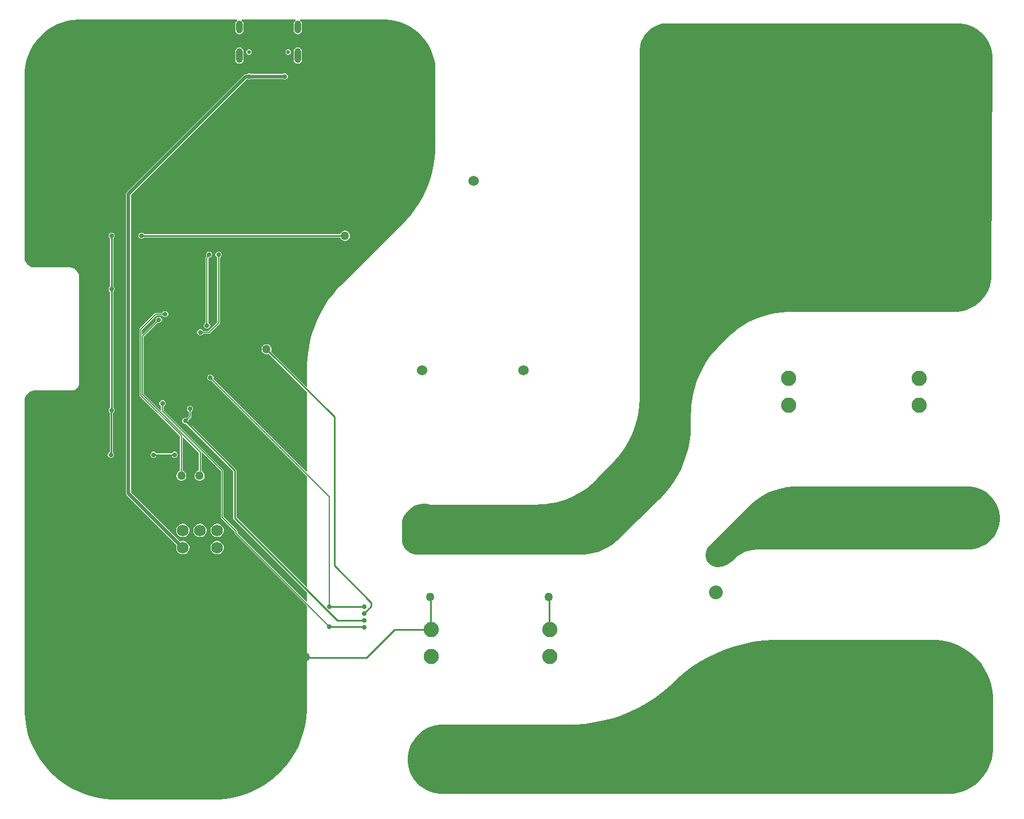
<source format=gbl>
G04*
G04 #@! TF.GenerationSoftware,Altium Limited,Altium Designer,23.9.2 (47)*
G04*
G04 Layer_Physical_Order=2*
G04 Layer_Color=16711680*
%FSLAX25Y25*%
%MOIN*%
G70*
G04*
G04 #@! TF.SameCoordinates,32FA3CAB-4A21-4C27-9538-83D2161AB544*
G04*
G04*
G04 #@! TF.FilePolarity,Positive*
G04*
G01*
G75*
%ADD12C,0.01000*%
%ADD102C,0.02000*%
%ADD103C,0.00669*%
%ADD108C,0.08858*%
%ADD109R,0.29528X0.05906*%
%ADD110C,0.06890*%
%ADD111C,0.02362*%
%ADD112O,0.03937X0.08661*%
%ADD113O,0.03937X0.07480*%
%ADD114C,0.06000*%
%ADD115C,0.08000*%
%ADD116C,0.07087*%
%ADD117R,0.07087X0.07087*%
%ADD118C,0.02756*%
%ADD119C,0.05000*%
%ADD120C,0.02559*%
G36*
X545144Y454066D02*
Y454066D01*
X546477Y454066D01*
X549121Y453717D01*
X551696Y453025D01*
X554158Y452002D01*
X556466Y450665D01*
X558578Y449037D01*
X560459Y447147D01*
X562077Y445027D01*
X563403Y442714D01*
X564415Y440247D01*
X565095Y437668D01*
X565431Y435023D01*
X565425Y433690D01*
X564832Y307310D01*
X564832Y307310D01*
X564825Y305908D01*
X564447Y303130D01*
X563711Y300424D01*
X562629Y297837D01*
X561220Y295413D01*
X559507Y293194D01*
X557520Y291215D01*
X555292Y289513D01*
X552862Y288115D01*
X550270Y287045D01*
X547561Y286321D01*
X544781Y285956D01*
X447776D01*
X447776Y285956D01*
X446068Y285928D01*
X442659Y285705D01*
X439272Y285259D01*
X435921Y284592D01*
X432621Y283708D01*
X429386Y282610D01*
X426229Y281302D01*
X423165Y279791D01*
X420206Y278083D01*
X417366Y276185D01*
X414655Y274105D01*
X412087Y271852D01*
X410859Y270664D01*
X406586Y266391D01*
X405292Y265054D01*
X402838Y262256D01*
X400573Y259304D01*
X398505Y256210D01*
X396645Y252987D01*
X394999Y249650D01*
X393575Y246212D01*
X392379Y242688D01*
X391416Y239094D01*
X390690Y235444D01*
X390204Y231755D01*
X389961Y228042D01*
X389930Y226181D01*
Y220600D01*
X389930Y220600D01*
X389930Y218550D01*
X389658Y214459D01*
X389115Y210395D01*
X388303Y206376D01*
X387227Y202419D01*
X385890Y198543D01*
X384299Y194764D01*
X382460Y191099D01*
X380382Y187564D01*
X378075Y184175D01*
X375547Y180947D01*
X372811Y177893D01*
X371344Y176460D01*
X347889Y153547D01*
X346804Y152486D01*
X344437Y150584D01*
X341898Y148920D01*
X339211Y147508D01*
X336399Y146363D01*
X333490Y145494D01*
X330511Y144911D01*
X327489Y144617D01*
X230481D01*
X229628Y144617D01*
X227955Y144950D01*
X226378Y145603D01*
X224960Y146551D01*
X223753Y147757D01*
X222806Y149176D01*
X222153Y150752D01*
X221820Y152426D01*
X221820Y153279D01*
Y164302D01*
X221820Y164302D01*
X221820Y164303D01*
X222052Y165154D01*
X222735Y166782D01*
X223624Y168307D01*
X224705Y169702D01*
X225959Y170945D01*
X227364Y172013D01*
X228897Y172889D01*
X230531Y173558D01*
X232238Y174007D01*
X233989Y174230D01*
X235755Y174222D01*
X237504Y173984D01*
X238355Y173751D01*
X299574Y173751D01*
X300047Y173751D01*
X300047Y173751D01*
X300047Y173751D01*
X301700Y173779D01*
X304998Y174001D01*
X308275Y174443D01*
X311514Y175104D01*
X314701Y175981D01*
X317823Y177069D01*
X320865Y178364D01*
X323813Y179861D01*
X326654Y181551D01*
X329375Y183429D01*
X331964Y185484D01*
X334409Y187709D01*
X335575Y188881D01*
X344525Y198193D01*
X344525Y198193D01*
X344525Y198193D01*
X345731Y199488D01*
X348016Y202191D01*
X350124Y205035D01*
X352047Y208007D01*
X353776Y211096D01*
X355305Y214288D01*
X356627Y217572D01*
X357738Y220933D01*
X358631Y224359D01*
X359305Y227834D01*
X359755Y231345D01*
X359981Y234877D01*
X360009Y236647D01*
X360009Y437924D01*
X360009Y437924D01*
X360009Y437924D01*
X360009Y438982D01*
X360285Y441080D01*
X360833Y443124D01*
X361642Y445079D01*
X362700Y446912D01*
X363988Y448590D01*
X365485Y450086D01*
X367163Y451375D01*
X368996Y452433D01*
X370951Y453242D01*
X372995Y453790D01*
X375093Y454066D01*
X376151Y454066D01*
X538355Y454066D01*
X545144Y454066D01*
D02*
G37*
G36*
X35039Y456299D02*
X125730Y456299D01*
X125803Y456206D01*
X125696Y455533D01*
X125368Y455313D01*
X124846Y454532D01*
X124662Y453610D01*
Y450067D01*
X124846Y449145D01*
X125368Y448364D01*
X126149Y447842D01*
X127071Y447658D01*
X127993Y447842D01*
X128774Y448364D01*
X129296Y449145D01*
X129479Y450067D01*
Y453610D01*
X129296Y454532D01*
X128774Y455313D01*
X128446Y455533D01*
X128338Y456206D01*
X128411Y456299D01*
X159784Y456299D01*
X159858Y456205D01*
X159751Y455532D01*
X159423Y455313D01*
X158901Y454532D01*
X158718Y453610D01*
Y450067D01*
X158901Y449145D01*
X159423Y448364D01*
X160204Y447842D01*
X161126Y447658D01*
X162048Y447842D01*
X162829Y448364D01*
X163351Y449145D01*
X163534Y450067D01*
Y453610D01*
X163351Y454532D01*
X162829Y455313D01*
X162501Y455532D01*
X162394Y456205D01*
X162468Y456299D01*
X211035Y456298D01*
X211036Y456298D01*
X211036Y456298D01*
X212522Y456298D01*
X215481Y456006D01*
X218396Y455425D01*
X221241Y454560D01*
X223987Y453420D01*
X226607Y452015D01*
X229077Y450360D01*
X231372Y448470D01*
X233470Y446363D01*
X235351Y444061D01*
X236997Y441585D01*
X238391Y438959D01*
X239521Y436209D01*
X240375Y433361D01*
X240945Y430443D01*
X241225Y427483D01*
X241219Y425997D01*
X241045Y381736D01*
X241045Y381736D01*
X241037Y379725D01*
X240760Y375711D01*
X240221Y371725D01*
X239425Y367781D01*
X238373Y363898D01*
X237072Y360091D01*
X235525Y356378D01*
X233739Y352773D01*
X231723Y349291D01*
X229485Y345948D01*
X227034Y342758D01*
X224380Y339735D01*
X222958Y338312D01*
X186085Y301440D01*
X186085Y301440D01*
X184543Y299811D01*
X181622Y296407D01*
X178930Y292819D01*
X176479Y289062D01*
X174278Y285154D01*
X172338Y281110D01*
X170667Y276947D01*
X169271Y272684D01*
X168157Y268339D01*
X167330Y263931D01*
X166793Y259478D01*
X166548Y254999D01*
X166535Y252756D01*
Y242493D01*
X166074Y242302D01*
X145503Y262872D01*
X145610Y263056D01*
X145807Y263792D01*
Y264554D01*
X145610Y265290D01*
X145229Y265950D01*
X144690Y266489D01*
X144030Y266870D01*
X143294Y267067D01*
X142532D01*
X141797Y266870D01*
X141137Y266489D01*
X140598Y265950D01*
X140217Y265290D01*
X140020Y264554D01*
Y263792D01*
X140217Y263056D01*
X140598Y262397D01*
X141137Y261858D01*
X141797Y261477D01*
X142532Y261280D01*
X143294D01*
X144030Y261477D01*
X144215Y261583D01*
X166535Y239263D01*
Y193042D01*
X166074Y192851D01*
X111900Y247024D01*
X112008Y247285D01*
Y247990D01*
X111738Y248641D01*
X111240Y249140D01*
X110589Y249410D01*
X109884D01*
X109233Y249140D01*
X108734Y248641D01*
X108465Y247990D01*
Y247285D01*
X108734Y246634D01*
X109233Y246136D01*
X109884Y245866D01*
X110589D01*
X110850Y245974D01*
X166535Y190288D01*
X166535Y125894D01*
X166074Y125702D01*
X125321Y166455D01*
Y193701D01*
X125251Y194050D01*
X125054Y194345D01*
X97403Y221996D01*
X97441Y222089D01*
Y222793D01*
X97333Y223054D01*
X98950Y224672D01*
X99111Y224913D01*
X99168Y225197D01*
Y227918D01*
X99429Y228026D01*
X99927Y228524D01*
X100197Y229175D01*
Y229880D01*
X99927Y230531D01*
X99429Y231030D01*
X98778Y231299D01*
X98073D01*
X97422Y231030D01*
X96923Y230531D01*
X96653Y229880D01*
Y229175D01*
X96923Y228524D01*
X97422Y228026D01*
X97683Y227918D01*
Y225504D01*
X96283Y224104D01*
X96022Y224213D01*
X95317D01*
X94666Y223943D01*
X94167Y223445D01*
X93898Y222793D01*
Y222089D01*
X94167Y221437D01*
X94666Y220939D01*
X95317Y220669D01*
X96022D01*
X96114Y220708D01*
X123498Y193323D01*
Y166078D01*
X123568Y165729D01*
X123765Y165433D01*
X166535Y122663D01*
Y117428D01*
X166074Y117237D01*
X125940Y157371D01*
Y158268D01*
X125883Y158552D01*
X125722Y158793D01*
X117869Y166646D01*
Y193504D01*
X117812Y193788D01*
X117651Y194029D01*
X83026Y228654D01*
Y231067D01*
X83287Y231175D01*
X83785Y231674D01*
X84055Y232325D01*
Y233030D01*
X83785Y233681D01*
X83287Y234179D01*
X82636Y234449D01*
X81931D01*
X81280Y234179D01*
X80782Y233681D01*
X80512Y233030D01*
Y232325D01*
X80782Y231674D01*
X81280Y231175D01*
X81541Y231067D01*
Y228806D01*
X81041Y228599D01*
X71491Y238149D01*
Y271596D01*
X79559Y279664D01*
X79820Y279556D01*
X80525D01*
X81176Y279826D01*
X81674Y280325D01*
X81944Y280976D01*
Y281680D01*
X81674Y282332D01*
X81176Y282830D01*
X80525Y283100D01*
X79820D01*
X79169Y282830D01*
X78671Y282332D01*
X78401Y281680D01*
Y280976D01*
X78509Y280715D01*
X70890Y273095D01*
X70428Y273287D01*
Y275677D01*
X78654Y283903D01*
X82248D01*
X82356Y283642D01*
X82855Y283144D01*
X83506Y282874D01*
X84211D01*
X84862Y283144D01*
X85360Y283642D01*
X85630Y284293D01*
Y284998D01*
X85360Y285649D01*
X84862Y286148D01*
X84211Y286417D01*
X83506D01*
X82855Y286148D01*
X82356Y285649D01*
X82248Y285388D01*
X78347D01*
X78062Y285332D01*
X77821Y285171D01*
X69160Y276509D01*
X68999Y276268D01*
X68942Y275984D01*
Y237402D01*
X68999Y237117D01*
X69160Y236877D01*
X92564Y213472D01*
Y193348D01*
X92190Y193248D01*
X91530Y192867D01*
X90991Y192328D01*
X90611Y191668D01*
X90413Y190932D01*
Y190170D01*
X90611Y189434D01*
X90991Y188774D01*
X91530Y188236D01*
X92190Y187855D01*
X92926Y187657D01*
X93688D01*
X94424Y187855D01*
X95084Y188236D01*
X95623Y188774D01*
X96004Y189434D01*
X96201Y190170D01*
Y190932D01*
X96004Y191668D01*
X95623Y192328D01*
X95084Y192867D01*
X94424Y193248D01*
X94050Y193348D01*
Y212837D01*
X94512Y213028D01*
X103588Y203952D01*
Y193445D01*
X103556D01*
X102820Y193248D01*
X102160Y192867D01*
X101621Y192328D01*
X101241Y191668D01*
X101043Y190932D01*
Y190170D01*
X101241Y189434D01*
X101621Y188774D01*
X102160Y188236D01*
X102820Y187855D01*
X103556Y187657D01*
X104318D01*
X105054Y187855D01*
X105714Y188236D01*
X106253Y188774D01*
X106633Y189434D01*
X106831Y190170D01*
Y190932D01*
X106633Y191668D01*
X106253Y192328D01*
X105714Y192867D01*
X105073Y193236D01*
Y203799D01*
X105573Y204006D01*
X116383Y193196D01*
Y166339D01*
X116440Y166054D01*
X116601Y165814D01*
X124454Y157960D01*
Y157063D01*
X124511Y156779D01*
X124672Y156538D01*
X166535Y114674D01*
Y86189D01*
X166173Y85935D01*
X166035Y85893D01*
X165748Y85951D01*
X165399Y85881D01*
X165104Y85684D01*
X164906Y85388D01*
X164837Y85039D01*
X164906Y84691D01*
X165104Y84395D01*
X165497Y84001D01*
X165793Y83804D01*
X166142Y83735D01*
X166535D01*
Y55905D01*
X166535Y55905D01*
Y53786D01*
X166203Y49561D01*
X165540Y45375D01*
X164550Y41254D01*
X163241Y37223D01*
X161619Y33307D01*
X159695Y29530D01*
X157480Y25917D01*
X154989Y22488D01*
X152236Y19265D01*
X149239Y16268D01*
X146016Y13515D01*
X142587Y11024D01*
X138973Y8809D01*
X135197Y6885D01*
X131281Y5263D01*
X127250Y3954D01*
X123129Y2964D01*
X118943Y2301D01*
X114718Y1969D01*
X112598Y1969D01*
X55118D01*
X53030Y1969D01*
X48866Y2296D01*
X44741Y2950D01*
X40680Y3924D01*
X36708Y5215D01*
X32849Y6813D01*
X29128Y8709D01*
X25567Y10892D01*
X22188Y13347D01*
X19012Y16059D01*
X16059Y19012D01*
X13347Y22188D01*
X10892Y25567D01*
X8709Y29128D01*
X6813Y32849D01*
X5215Y36708D01*
X3924Y40680D01*
X2950Y44741D01*
X2296Y48866D01*
X1969Y53030D01*
Y55118D01*
Y230315D01*
Y234479D01*
X2211Y235696D01*
X2685Y236842D01*
X3375Y237874D01*
X4252Y238751D01*
X5284Y239441D01*
X6430Y239915D01*
X7647Y240158D01*
X9055D01*
X11393Y240164D01*
X11811Y240158D01*
X27953D01*
X28634Y240158D01*
X29134Y240158D01*
Y240158D01*
X29597Y240180D01*
X29622Y240185D01*
X30505Y240361D01*
X31361Y240715D01*
X32131Y241230D01*
X32786Y241884D01*
X33301Y242655D01*
X33655Y243510D01*
X33836Y244419D01*
X33858Y244882D01*
X33858Y248819D01*
Y252756D01*
Y255906D01*
Y305906D01*
X33858Y305906D01*
X33858Y305906D01*
X33834Y306486D01*
X33613Y307625D01*
X33173Y308698D01*
X32531Y309663D01*
X31711Y310484D01*
X30745Y311126D01*
X29672Y311566D01*
X28533Y311786D01*
X27953Y311811D01*
X7874Y311811D01*
X7873Y311811D01*
X7292Y311810D01*
X6150Y312036D01*
X5075Y312481D01*
X4107Y313127D01*
X3284Y313950D01*
X2638Y314917D01*
X2193Y315993D01*
X1968Y317134D01*
X1969Y317716D01*
X1969Y424409D01*
X1969D01*
X1969Y424409D01*
X1997Y426005D01*
X2368Y429175D01*
X3047Y432294D01*
X4029Y435331D01*
X5304Y438257D01*
X6859Y441044D01*
X8681Y443666D01*
X10750Y446096D01*
X13048Y448312D01*
X15552Y450291D01*
X18237Y452016D01*
X21079Y453469D01*
X24050Y454637D01*
X27121Y455508D01*
X30262Y456073D01*
X33444Y456328D01*
X35039Y456299D01*
D02*
G37*
G36*
X451573Y184252D02*
X551181Y184252D01*
X551181Y184252D01*
X551181Y184252D01*
X552394Y184252D01*
X554799Y183935D01*
X557142Y183308D01*
X559383Y182379D01*
X561483Y181167D01*
X563408Y179690D01*
X565123Y177975D01*
X566600Y176050D01*
X567812Y173950D01*
X568741Y171709D01*
X569368Y169366D01*
X569685Y166961D01*
Y165748D01*
X569685Y164561D01*
X569375Y162207D01*
X568761Y159914D01*
X567852Y157721D01*
X566665Y155665D01*
X565220Y153781D01*
X563541Y152103D01*
X561658Y150658D01*
X559602Y149471D01*
X557409Y148562D01*
X555116Y147948D01*
X552762Y147638D01*
X551575Y147638D01*
X428808D01*
X428808Y147638D01*
X427867Y147615D01*
X425994Y147430D01*
X424149Y147063D01*
X422349Y146517D01*
X420610Y145797D01*
X418951Y144910D01*
X417387Y143865D01*
X415932Y142671D01*
X415251Y142022D01*
X414342Y141113D01*
X414342D01*
X413901Y140673D01*
X412939Y139883D01*
X411904Y139191D01*
X410806Y138604D01*
X409655Y138128D01*
X408464Y137767D01*
X407242Y137524D01*
X406003Y137402D01*
X405381Y137402D01*
X404693Y137402D01*
X403343Y137670D01*
X402071Y138195D01*
X400926Y138959D01*
X399951Y139931D01*
X399184Y141074D01*
X398655Y142344D01*
X398383Y143693D01*
X398379Y145070D01*
X398644Y146420D01*
X399166Y147694D01*
X399926Y148841D01*
X400411Y149330D01*
X423397Y172511D01*
X423397Y172511D01*
X423397Y172511D01*
X424777Y173903D01*
X427798Y176401D01*
X431050Y178589D01*
X434502Y180446D01*
X438120Y181953D01*
X441869Y183097D01*
X445713Y183866D01*
X449614Y184252D01*
X451573Y184252D01*
D02*
G37*
G36*
X531102Y94882D02*
X532804Y94882D01*
X536192Y94548D01*
X539531Y93884D01*
X542788Y92896D01*
X545933Y91593D01*
X548935Y89989D01*
X551766Y88097D01*
X554397Y85938D01*
X556804Y83531D01*
X558964Y80900D01*
X560855Y78069D01*
X562459Y75067D01*
X563762Y71922D01*
X564750Y68664D01*
X565414Y65326D01*
X565748Y61938D01*
X565748Y60236D01*
X565748Y60236D01*
X565748Y60236D01*
X565748Y31890D01*
X565748Y30575D01*
X565490Y27957D01*
X564977Y25377D01*
X564214Y22860D01*
X563207Y20430D01*
X561967Y18110D01*
X560505Y15923D01*
X558837Y13889D01*
X556977Y12029D01*
X554944Y10361D01*
X552756Y8899D01*
X550436Y7659D01*
X548006Y6653D01*
X545489Y5889D01*
X542909Y5376D01*
X540292Y5118D01*
X538976Y5118D01*
X538976Y5118D01*
X538976Y5118D01*
X245276D01*
X243959Y5118D01*
X241350Y5462D01*
X238808Y6143D01*
X236376Y7150D01*
X234097Y8466D01*
X232008Y10068D01*
X230147Y11930D01*
X228545Y14018D01*
X227229Y16297D01*
X226222Y18729D01*
X225540Y21271D01*
X225197Y23881D01*
X225197Y25197D01*
X225197Y25197D01*
Y26539D01*
X225547Y29199D01*
X226242Y31792D01*
X227269Y34271D01*
X228610Y36595D01*
X230244Y38724D01*
X232142Y40622D01*
X234271Y42256D01*
X236595Y43597D01*
X239074Y44624D01*
X241667Y45319D01*
X244327Y45669D01*
X245669Y45669D01*
X245669Y45669D01*
X319627D01*
X322404Y45714D01*
X327947Y46072D01*
X333454Y46786D01*
X338905Y47853D01*
X344275Y49270D01*
X349543Y51029D01*
X354687Y53124D01*
X359685Y55546D01*
X364516Y58284D01*
X369162Y61329D01*
X373601Y64666D01*
X377816Y68282D01*
X379834Y70191D01*
X379834Y70191D01*
X381836Y72145D01*
X386082Y75788D01*
X390555Y79151D01*
X395235Y82218D01*
X400102Y84977D01*
X405138Y87417D01*
X410320Y89528D01*
X415627Y91300D01*
X421037Y92727D01*
X426528Y93802D01*
X432077Y94521D01*
X437661Y94882D01*
X440458Y94882D01*
X440458Y94882D01*
X531102Y94882D01*
D02*
G37*
%LPC*%
G36*
X155829Y438846D02*
X155202D01*
X154624Y438607D01*
X154181Y438164D01*
X153941Y437585D01*
Y436958D01*
X154181Y436380D01*
X154624Y435937D01*
X155202Y435697D01*
X155829D01*
X156408Y435937D01*
X156851Y436380D01*
X157091Y436958D01*
Y437585D01*
X156851Y438164D01*
X156408Y438607D01*
X155829Y438846D01*
D02*
G37*
G36*
X132994D02*
X132368D01*
X131789Y438607D01*
X131346Y438164D01*
X131106Y437585D01*
Y436958D01*
X131346Y436380D01*
X131789Y435937D01*
X132368Y435697D01*
X132994D01*
X133573Y435937D01*
X134016Y436380D01*
X134256Y436958D01*
Y437585D01*
X134016Y438164D01*
X133573Y438607D01*
X132994Y438846D01*
D02*
G37*
G36*
X161126Y440074D02*
X160204Y439890D01*
X159423Y439368D01*
X158901Y438587D01*
X158718Y437665D01*
Y432941D01*
X158901Y432019D01*
X159423Y431238D01*
X160204Y430716D01*
X161126Y430533D01*
X162048Y430716D01*
X162829Y431238D01*
X163351Y432019D01*
X163534Y432941D01*
Y437665D01*
X163351Y438587D01*
X162829Y439368D01*
X162048Y439890D01*
X161126Y440074D01*
D02*
G37*
G36*
X127071D02*
X126149Y439890D01*
X125368Y439368D01*
X124846Y438587D01*
X124662Y437665D01*
Y432941D01*
X124846Y432019D01*
X125368Y431238D01*
X126149Y430716D01*
X127071Y430533D01*
X127993Y430716D01*
X128774Y431238D01*
X129296Y432019D01*
X129479Y432941D01*
Y437665D01*
X129296Y438587D01*
X128774Y439368D01*
X127993Y439890D01*
X127071Y440074D01*
D02*
G37*
G36*
X153900Y424799D02*
X153195D01*
X152544Y424530D01*
X152463Y424448D01*
X133894D01*
X133813Y424530D01*
X133162Y424799D01*
X132457D01*
X131806Y424530D01*
X131583Y424307D01*
X130760D01*
X130216Y424199D01*
X129755Y423890D01*
X61594Y355729D01*
X61286Y355268D01*
X61177Y354724D01*
Y180213D01*
X61286Y179669D01*
X61594Y179208D01*
X90592Y150209D01*
X90561Y150155D01*
X90299Y149179D01*
Y148168D01*
X90561Y147192D01*
X91066Y146316D01*
X91781Y145602D01*
X92656Y145096D01*
X93632Y144835D01*
X94643D01*
X95619Y145096D01*
X96495Y145602D01*
X97209Y146316D01*
X97715Y147192D01*
X97976Y148168D01*
Y149179D01*
X97715Y150155D01*
X97209Y151030D01*
X96495Y151745D01*
X95619Y152250D01*
X94643Y152512D01*
X93632D01*
X92656Y152250D01*
X92602Y152219D01*
X64019Y180801D01*
Y354136D01*
X131348Y421465D01*
X131953D01*
X132457Y421256D01*
X133162D01*
X133813Y421526D01*
X133894Y421606D01*
X152463D01*
X152544Y421526D01*
X153195Y421256D01*
X153900D01*
X154551Y421526D01*
X155049Y422024D01*
X155319Y422675D01*
Y423380D01*
X155049Y424031D01*
X154551Y424530D01*
X153900Y424799D01*
D02*
G37*
G36*
X188964Y333209D02*
X188202D01*
X187466Y333012D01*
X186806Y332630D01*
X186267Y332092D01*
X185886Y331432D01*
X185831Y331226D01*
X71619D01*
X71581Y331318D01*
X71082Y331817D01*
X70431Y332087D01*
X69726D01*
X69075Y331817D01*
X68577Y331318D01*
X68307Y330667D01*
Y329963D01*
X68577Y329311D01*
X69075Y328813D01*
X69726Y328543D01*
X70431D01*
X71082Y328813D01*
X71581Y329311D01*
X71619Y329404D01*
X185831D01*
X185886Y329198D01*
X186267Y328538D01*
X186806Y327999D01*
X187466Y327619D01*
X188202Y327421D01*
X188964D01*
X189700Y327619D01*
X190359Y327999D01*
X190898Y328538D01*
X191279Y329198D01*
X191476Y329934D01*
Y330696D01*
X191279Y331432D01*
X190898Y332092D01*
X190359Y332630D01*
X189700Y333012D01*
X188964Y333209D01*
D02*
G37*
G36*
X109801Y321063D02*
X109096D01*
X108445Y320793D01*
X107947Y320295D01*
X107677Y319644D01*
Y318939D01*
X107947Y318288D01*
X107953Y318281D01*
X107743Y318071D01*
X107582Y317830D01*
X107525Y317546D01*
Y279563D01*
X107264Y279455D01*
X106766Y278956D01*
X106496Y278305D01*
Y277600D01*
X106766Y276949D01*
X107264Y276451D01*
X107915Y276181D01*
X108620D01*
X109271Y276451D01*
X109770Y276949D01*
X110039Y277600D01*
Y278305D01*
X109770Y278956D01*
X109271Y279455D01*
X109010Y279563D01*
Y317238D01*
X109292Y317520D01*
X109801D01*
X110452Y317789D01*
X110951Y318288D01*
X111221Y318939D01*
Y319644D01*
X110951Y320295D01*
X110452Y320793D01*
X109801Y321063D01*
D02*
G37*
G36*
X115313D02*
X114608D01*
X113957Y320793D01*
X113459Y320295D01*
X113189Y319644D01*
Y318939D01*
X113459Y318288D01*
X113957Y317789D01*
X114218Y317681D01*
Y279835D01*
X109141Y274758D01*
X105941D01*
X105833Y275019D01*
X105334Y275518D01*
X104683Y275787D01*
X103978D01*
X103327Y275518D01*
X102829Y275019D01*
X102559Y274368D01*
Y273663D01*
X102829Y273012D01*
X103327Y272514D01*
X103978Y272244D01*
X104683D01*
X105334Y272514D01*
X105833Y273012D01*
X105941Y273273D01*
X109449D01*
X109733Y273330D01*
X109974Y273491D01*
X115486Y279002D01*
X115647Y279243D01*
X115703Y279528D01*
Y317681D01*
X115964Y317789D01*
X116463Y318288D01*
X116732Y318939D01*
Y319644D01*
X116463Y320295D01*
X115964Y320793D01*
X115313Y321063D01*
D02*
G37*
G36*
X89723Y204528D02*
X89018D01*
X88367Y204258D01*
X87868Y203760D01*
X87830Y203667D01*
X78706D01*
X78667Y203760D01*
X78169Y204258D01*
X77518Y204527D01*
X76813D01*
X76162Y204258D01*
X75663Y203760D01*
X75394Y203108D01*
Y202403D01*
X75663Y201752D01*
X76162Y201254D01*
X76813Y200984D01*
X77518D01*
X78169Y201254D01*
X78667Y201752D01*
X78706Y201845D01*
X87830D01*
X87868Y201752D01*
X88367Y201254D01*
X89018Y200984D01*
X89723D01*
X90374Y201254D01*
X90872Y201752D01*
X91142Y202403D01*
Y203108D01*
X90872Y203760D01*
X90374Y204258D01*
X89723Y204528D01*
D02*
G37*
G36*
X53108Y332087D02*
X52403D01*
X51752Y331817D01*
X51254Y331318D01*
X50984Y330667D01*
Y329963D01*
X51254Y329311D01*
X51752Y328813D01*
X51845Y328775D01*
Y300753D01*
X51752Y300714D01*
X51254Y300216D01*
X50984Y299565D01*
Y298860D01*
X51254Y298209D01*
X51752Y297711D01*
X51845Y297672D01*
Y230280D01*
X51752Y230242D01*
X51254Y229744D01*
X50984Y229093D01*
Y228388D01*
X51254Y227737D01*
X51648Y227343D01*
Y204378D01*
X51359Y204258D01*
X50860Y203760D01*
X50591Y203108D01*
Y202403D01*
X50860Y201752D01*
X51359Y201254D01*
X52010Y200984D01*
X52715D01*
X53366Y201254D01*
X53864Y201752D01*
X54134Y202403D01*
Y203108D01*
X53864Y203760D01*
X53470Y204153D01*
Y227118D01*
X53759Y227238D01*
X54258Y227737D01*
X54528Y228388D01*
Y229093D01*
X54258Y229744D01*
X53759Y230242D01*
X53667Y230280D01*
Y297672D01*
X53759Y297711D01*
X54258Y298209D01*
X54528Y298860D01*
Y299565D01*
X54258Y300216D01*
X53759Y300714D01*
X53667Y300753D01*
Y328775D01*
X53759Y328813D01*
X54258Y329311D01*
X54528Y329963D01*
Y330667D01*
X54258Y331318D01*
X53759Y331817D01*
X53108Y332087D01*
D02*
G37*
G36*
X114643Y162512D02*
X113632D01*
X112656Y162250D01*
X111781Y161745D01*
X111066Y161030D01*
X110561Y160155D01*
X110299Y159179D01*
Y158168D01*
X110561Y157192D01*
X111066Y156316D01*
X111781Y155602D01*
X112656Y155096D01*
X113632Y154835D01*
X114643D01*
X115619Y155096D01*
X116495Y155602D01*
X117209Y156316D01*
X117715Y157192D01*
X117976Y158168D01*
Y159179D01*
X117715Y160155D01*
X117209Y161030D01*
X116495Y161745D01*
X115619Y162250D01*
X114643Y162512D01*
D02*
G37*
G36*
X104643D02*
X103632D01*
X102656Y162250D01*
X101781Y161745D01*
X101066Y161030D01*
X100561Y160155D01*
X100299Y159179D01*
Y158168D01*
X100561Y157192D01*
X101066Y156316D01*
X101781Y155602D01*
X102656Y155096D01*
X103632Y154835D01*
X104643D01*
X105619Y155096D01*
X106495Y155602D01*
X107209Y156316D01*
X107715Y157192D01*
X107976Y158168D01*
Y159179D01*
X107715Y160155D01*
X107209Y161030D01*
X106495Y161745D01*
X105619Y162250D01*
X104643Y162512D01*
D02*
G37*
G36*
X94643D02*
X93632D01*
X92656Y162250D01*
X91781Y161745D01*
X91066Y161030D01*
X90561Y160155D01*
X90299Y159179D01*
Y158168D01*
X90561Y157192D01*
X91066Y156316D01*
X91781Y155602D01*
X92656Y155096D01*
X93632Y154835D01*
X94643D01*
X95619Y155096D01*
X96495Y155602D01*
X97209Y156316D01*
X97715Y157192D01*
X97976Y158168D01*
Y159179D01*
X97715Y160155D01*
X97209Y161030D01*
X96495Y161745D01*
X95619Y162250D01*
X94643Y162512D01*
D02*
G37*
G36*
X114643Y152512D02*
X113632D01*
X112656Y152250D01*
X111781Y151745D01*
X111066Y151030D01*
X110561Y150155D01*
X110299Y149179D01*
Y148168D01*
X110561Y147192D01*
X111066Y146316D01*
X111781Y145602D01*
X112656Y145096D01*
X113632Y144835D01*
X114643D01*
X115619Y145096D01*
X116495Y145602D01*
X117209Y146316D01*
X117715Y147192D01*
X117976Y148168D01*
Y149179D01*
X117715Y150155D01*
X117209Y151030D01*
X116495Y151745D01*
X115619Y152250D01*
X114643Y152512D01*
D02*
G37*
%LPD*%
D12*
X77165Y202756D02*
X89370D01*
X70079Y330315D02*
X188583D01*
X52756Y299213D02*
Y330315D01*
Y228740D02*
Y299213D01*
X52559Y202953D02*
Y228543D01*
X165748Y85039D02*
X166142Y84646D01*
X201181D01*
X217409Y100874D01*
X238665D01*
X238189Y120079D02*
X238427Y119841D01*
Y101112D02*
X238665Y100874D01*
X238427Y101112D02*
Y119841D01*
X307376Y101163D02*
Y119789D01*
X307087Y120079D02*
X307376Y119789D01*
Y101163D02*
X307665Y100874D01*
X124409Y166078D02*
Y193701D01*
X95669Y222441D02*
X124409Y193701D01*
Y166078D02*
X184188Y106299D01*
X199606D01*
X179528Y114173D02*
X199606D01*
X203937Y114567D02*
Y116535D01*
X199606Y110236D02*
X203937Y114567D01*
X182283Y138189D02*
X203937Y116535D01*
X182283Y138189D02*
Y224803D01*
X142913Y264173D02*
X182283Y224803D01*
X199421Y102548D02*
X199606Y102362D01*
X179526Y102734D02*
X179712Y102548D01*
X199421D01*
D102*
X62598Y180213D02*
Y354724D01*
X130760Y422886D02*
X132668D01*
X132809Y423028D01*
X62598Y354724D02*
X130760Y422886D01*
X62598Y180213D02*
X94138Y148673D01*
X132809Y423028D02*
X153547D01*
D103*
X77165Y202756D02*
X77165Y202756D01*
X69685Y237402D02*
X93307Y213779D01*
X70748Y237842D02*
X104331Y204259D01*
X70748Y237842D02*
Y271904D01*
X69685Y237402D02*
Y275984D01*
X78347Y284646D01*
X70748Y271904D02*
X80172Y281328D01*
X93307Y190551D02*
Y213779D01*
X104331Y190945D02*
Y204259D01*
X52362Y202756D02*
X52559Y202953D01*
Y228543D02*
X52756Y228740D01*
X125197Y157063D02*
X179526Y102734D01*
X125197Y157063D02*
Y158268D01*
X117126Y166339D02*
Y193504D01*
Y166339D02*
X125197Y158268D01*
X82284Y228346D02*
X117126Y193504D01*
X82284Y228346D02*
Y232677D01*
X95669Y222441D02*
X98425Y225197D01*
X103937Y190551D02*
X104331Y190945D01*
X179526Y114173D02*
Y178348D01*
X110236Y247638D02*
X179526Y178348D01*
X98425Y225197D02*
Y229528D01*
X78347Y284646D02*
X83858D01*
X114961Y279528D02*
Y319291D01*
X109449Y274016D02*
X114961Y279528D01*
X104331Y274016D02*
X109449D01*
X108268Y317546D02*
X109449Y318727D01*
Y319291D01*
X108268Y277953D02*
Y317546D01*
D108*
X446815Y247189D02*
D03*
Y231441D02*
D03*
X307665Y85126D02*
D03*
Y100874D02*
D03*
X238665Y85126D02*
D03*
Y100874D02*
D03*
X522815Y231441D02*
D03*
Y247189D02*
D03*
D109*
X459807Y298370D02*
D03*
Y180260D02*
D03*
X320657Y33945D02*
D03*
Y152055D02*
D03*
X251658Y33945D02*
D03*
Y152055D02*
D03*
X535807Y180260D02*
D03*
Y298370D02*
D03*
D110*
X94138Y158673D02*
D03*
Y148673D02*
D03*
X114138Y158673D02*
D03*
X104138D02*
D03*
Y148673D02*
D03*
X114138D02*
D03*
D111*
X132681Y437272D02*
D03*
X155516D02*
D03*
D112*
X161126Y435303D02*
D03*
X127071D02*
D03*
D113*
Y451839D02*
D03*
X161126D02*
D03*
D114*
X263409Y362287D02*
D03*
X233488D02*
D03*
X292543Y252051D02*
D03*
X233488D02*
D03*
D115*
X404315Y142441D02*
D03*
Y122756D02*
D03*
X457315Y89252D02*
D03*
Y152441D02*
D03*
X530315Y89252D02*
D03*
Y152441D02*
D03*
D116*
X401094Y34035D02*
D03*
X379244Y427035D02*
D03*
X474838Y33858D02*
D03*
X452988Y427035D02*
D03*
X548583Y33858D02*
D03*
X526732Y427035D02*
D03*
D117*
X381094Y34035D02*
D03*
X399244Y427035D02*
D03*
X454839Y33858D02*
D03*
X472988Y427035D02*
D03*
X528583Y33858D02*
D03*
X546732Y427035D02*
D03*
D118*
X535039Y371654D02*
D03*
X528937D02*
D03*
X522835D02*
D03*
X526575Y376772D02*
D03*
X532677D02*
D03*
X538779D02*
D03*
X540551Y371654D02*
D03*
X546654D02*
D03*
X543898Y376772D02*
D03*
X535039Y360630D02*
D03*
X528937D02*
D03*
X522835D02*
D03*
X526575Y365748D02*
D03*
X532677D02*
D03*
X538779D02*
D03*
X540551Y360630D02*
D03*
X546654D02*
D03*
X543898Y365748D02*
D03*
X534252Y350394D02*
D03*
X528150D02*
D03*
X522047D02*
D03*
X525787Y355512D02*
D03*
X531890D02*
D03*
X537992D02*
D03*
X539764Y350394D02*
D03*
X545866D02*
D03*
X543110Y355512D02*
D03*
X462205Y372835D02*
D03*
X456102D02*
D03*
X450000D02*
D03*
X453740Y377953D02*
D03*
X459842D02*
D03*
X465945D02*
D03*
X467717Y372835D02*
D03*
X473819D02*
D03*
X471063Y377953D02*
D03*
X462205Y361811D02*
D03*
X456102D02*
D03*
X450000D02*
D03*
X453740Y366929D02*
D03*
X459842D02*
D03*
X465945D02*
D03*
X467717Y361811D02*
D03*
X473819D02*
D03*
X471063Y366929D02*
D03*
X461417Y351575D02*
D03*
X455315D02*
D03*
X449213D02*
D03*
X452953Y356693D02*
D03*
X459055D02*
D03*
X465158D02*
D03*
X466929Y351575D02*
D03*
X473032D02*
D03*
X470276Y356693D02*
D03*
X388583Y370866D02*
D03*
X382480D02*
D03*
X376378D02*
D03*
X380118Y375984D02*
D03*
X386221D02*
D03*
X392323D02*
D03*
X394094Y370866D02*
D03*
X400197D02*
D03*
X397441Y375984D02*
D03*
X388583Y359842D02*
D03*
X382480D02*
D03*
X376378D02*
D03*
X380118Y364961D02*
D03*
X386221D02*
D03*
X392323D02*
D03*
X394094Y359842D02*
D03*
X400197D02*
D03*
X397441Y364961D02*
D03*
X387795Y349606D02*
D03*
X381693D02*
D03*
X375590D02*
D03*
X379331Y354724D02*
D03*
X385433D02*
D03*
X391535D02*
D03*
X393307Y349606D02*
D03*
X399409D02*
D03*
X396654Y354724D02*
D03*
X427165Y435827D02*
D03*
X421063D02*
D03*
X414961D02*
D03*
X418701Y440945D02*
D03*
X424803D02*
D03*
X430905D02*
D03*
X432677Y435827D02*
D03*
X438779D02*
D03*
X436024Y440945D02*
D03*
X427165Y424803D02*
D03*
X421063D02*
D03*
X414961D02*
D03*
X418701Y429921D02*
D03*
X424803D02*
D03*
X430905D02*
D03*
X432677Y424803D02*
D03*
X438779D02*
D03*
X436024Y429921D02*
D03*
X426378Y414567D02*
D03*
X420276D02*
D03*
X414173D02*
D03*
X417913Y419685D02*
D03*
X424016D02*
D03*
X430118D02*
D03*
X431890Y414567D02*
D03*
X437992D02*
D03*
X435236Y419685D02*
D03*
X507677Y420472D02*
D03*
X510433Y415354D02*
D03*
X504331D02*
D03*
X502559Y420472D02*
D03*
X496457D02*
D03*
X490354D02*
D03*
X486614Y415354D02*
D03*
X492717D02*
D03*
X498819D02*
D03*
X508465Y430709D02*
D03*
X511221Y425591D02*
D03*
X505118D02*
D03*
X503346Y430709D02*
D03*
X497244D02*
D03*
X491142D02*
D03*
X487402Y425591D02*
D03*
X493504D02*
D03*
X499606D02*
D03*
X508465Y441732D02*
D03*
X511221Y436614D02*
D03*
X505118D02*
D03*
X503346Y441732D02*
D03*
X497244D02*
D03*
X491142D02*
D03*
X487402Y436614D02*
D03*
X493504D02*
D03*
X499606D02*
D03*
X263386Y11417D02*
D03*
X257283D02*
D03*
X251181D02*
D03*
X254921Y16535D02*
D03*
X261024D02*
D03*
X267126D02*
D03*
X268898Y11417D02*
D03*
X275000D02*
D03*
X272244Y16535D02*
D03*
X293701Y11417D02*
D03*
X287598D02*
D03*
X281496D02*
D03*
X285236Y16535D02*
D03*
X291339D02*
D03*
X297441D02*
D03*
X299213Y11417D02*
D03*
X305315D02*
D03*
X302559Y16535D02*
D03*
X323622Y11417D02*
D03*
X317520D02*
D03*
X311417D02*
D03*
X315158Y16535D02*
D03*
X321260D02*
D03*
X327362D02*
D03*
X329134Y11417D02*
D03*
X335236D02*
D03*
X332480Y16535D02*
D03*
X353543Y11417D02*
D03*
X347441D02*
D03*
X341339D02*
D03*
X345079Y16535D02*
D03*
X351181D02*
D03*
X357283D02*
D03*
X359055Y11417D02*
D03*
X365158D02*
D03*
X362402Y16535D02*
D03*
X504331Y44094D02*
D03*
X498228D02*
D03*
X492126D02*
D03*
X495866Y49213D02*
D03*
X501968D02*
D03*
X508071D02*
D03*
X509842Y44094D02*
D03*
X515945D02*
D03*
X513189Y49213D02*
D03*
X503150Y33071D02*
D03*
X497047D02*
D03*
X490945D02*
D03*
X494685Y38189D02*
D03*
X500787D02*
D03*
X506890D02*
D03*
X508661Y33071D02*
D03*
X514764D02*
D03*
X512008Y38189D02*
D03*
X502756Y22835D02*
D03*
X496654D02*
D03*
X490551D02*
D03*
X494291Y27953D02*
D03*
X500394D02*
D03*
X506496D02*
D03*
X508268Y22835D02*
D03*
X514370D02*
D03*
X511614Y27953D02*
D03*
X501575Y12205D02*
D03*
X495472D02*
D03*
X489370D02*
D03*
X493110Y17323D02*
D03*
X499213D02*
D03*
X505315D02*
D03*
X507087Y12205D02*
D03*
X513189D02*
D03*
X510433Y17323D02*
D03*
X428346Y44488D02*
D03*
X422244D02*
D03*
X416142D02*
D03*
X419882Y49606D02*
D03*
X425984D02*
D03*
X432087D02*
D03*
X433858Y44488D02*
D03*
X439961D02*
D03*
X437205Y49606D02*
D03*
X427559Y34252D02*
D03*
X421457D02*
D03*
X415354D02*
D03*
X419095Y39370D02*
D03*
X425197D02*
D03*
X431299D02*
D03*
X433071Y34252D02*
D03*
X439173D02*
D03*
X436417Y39370D02*
D03*
X427165Y24016D02*
D03*
X421063D02*
D03*
X414961D02*
D03*
X418701Y29134D02*
D03*
X424803D02*
D03*
X430905D02*
D03*
X432677Y24016D02*
D03*
X438779D02*
D03*
X436024Y29134D02*
D03*
Y17717D02*
D03*
X438779Y12598D02*
D03*
X432677D02*
D03*
X430905Y17717D02*
D03*
X424803D02*
D03*
X418701D02*
D03*
X414961Y12598D02*
D03*
X421063D02*
D03*
X427165D02*
D03*
X89370Y202756D02*
D03*
X70079Y330315D02*
D03*
X52756Y299213D02*
D03*
Y330315D02*
D03*
X52362Y202756D02*
D03*
X77165Y202756D02*
D03*
X52756Y228740D02*
D03*
X95669Y222441D02*
D03*
X179526Y114173D02*
D03*
X199606D02*
D03*
X73228Y293701D02*
D03*
X110236Y247638D02*
D03*
X179526Y102734D02*
D03*
X82284Y232677D02*
D03*
X98425Y229528D02*
D03*
X199606Y102362D02*
D03*
Y106299D02*
D03*
Y110236D02*
D03*
X80172Y281328D02*
D03*
X83858Y284646D02*
D03*
X131102Y409055D02*
D03*
X132809Y423028D02*
D03*
X126378Y422835D02*
D03*
X159187Y423028D02*
D03*
X153547D02*
D03*
X114961Y319291D02*
D03*
X109449D02*
D03*
X108268Y277953D02*
D03*
X104331Y274016D02*
D03*
D119*
X188583Y330315D02*
D03*
X165748Y85039D02*
D03*
X238189Y120079D02*
D03*
X307087D02*
D03*
X103937Y190551D02*
D03*
X142913Y264173D02*
D03*
X93307Y190551D02*
D03*
D120*
X95638Y260173D02*
D03*
X92158Y263653D02*
D03*
X99118Y256693D02*
D03*
X95638Y253214D02*
D03*
X92158Y256693D02*
D03*
X88678Y260173D02*
D03*
X95638Y267133D02*
D03*
X99118Y263653D02*
D03*
X102597Y260173D02*
D03*
M02*

</source>
